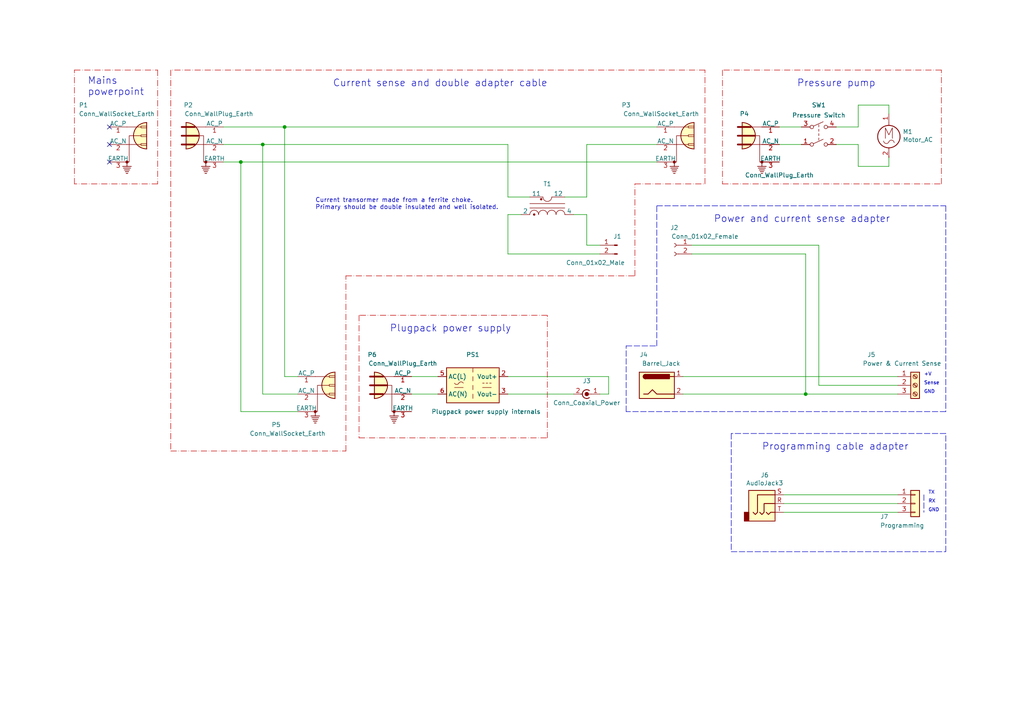
<source format=kicad_sch>
(kicad_sch (version 20211123) (generator eeschema)
  (paper "A4")
  (title_block (title "Pump monitor off board wiring") (date "2021-03-05") (company "Jotham Gates") (comment 1 "All blocks with red dash-dot borders contain mains potential.") (comment 2 "This design involves mains electricity and water. Appropriate precautions MUST be taken."))
  (lib_symbols
    (symbol "Connector:AudioJack3"
      (property "Reference" "J" (at 0 8.89 0))
      (property "Value" "AudioJack3" (at 0 6.35 0))
      (symbol "AudioJack3_0_1"
        (rectangle (start -5.08 -5.08) (end -6.35 -2.54) (stroke (width 0.254)) (fill (type outline)))
        (polyline (pts (xy 0 -2.54) (xy 0.635 -3.175) (xy 1.27 -2.54) (xy 2.54 -2.54)) (stroke (width 0.254)))
        (polyline (pts (xy -1.905 -2.54) (xy -1.27 -3.175) (xy -0.635 -2.54) (xy -0.635 0) (xy 2.54 0)) (stroke (width 0.254)))
        (polyline (pts (xy 2.54 2.54) (xy -2.54 2.54) (xy -2.54 -2.54) (xy -3.175 -3.175) (xy -3.81 -2.54)) (stroke (width 0.254)))
        (rectangle (start 2.54 3.81) (end -5.08 -5.08) (stroke (width 0.254)) (fill (type background)))
      )
      (symbol "AudioJack3_1_1"
        (pin passive line (at 5.08 0 180) (length 2.54) (name "~") (number "R"))
        (pin passive line (at 5.08 2.54 180) (length 2.54) (name "~") (number "S"))
        (pin passive line (at 5.08 -2.54 180) (length 2.54) (name "~") (number "T"))
      )
    )
    (symbol "Connector:Barrel_Jack" (pin_names (offset 1.016))
      (property "Reference" "J" (at 0 5.334 0))
      (property "Value" "Barrel_Jack" (at 0 -5.08 0))
      (symbol "Barrel_Jack_0_1"
        (rectangle (start -5.08 3.81) (end 5.08 -3.81) (stroke (width 0.254)) (fill (type background)))
        (arc (start -3.302 3.175) (mid -3.937 2.54) (end -3.302 1.905) (stroke (width 0.254)))
        (arc (start -3.302 3.175) (mid -3.937 2.54) (end -3.302 1.905) (stroke (width 0.254)) (fill (type outline)))
        (polyline (pts (xy 5.08 2.54) (xy 3.81 2.54)) (stroke (width 0.254)))
        (polyline (pts (xy -3.81 -2.54) (xy -2.54 -2.54) (xy -1.27 -1.27) (xy 0 -2.54) (xy 2.54 -2.54) (xy 5.08 -2.54)) (stroke (width 0.254)))
        (rectangle (start 3.683 3.175) (end -3.302 1.905) (stroke (width 0.254)) (fill (type outline)))
      )
      (symbol "Barrel_Jack_1_1"
        (pin passive line (at 7.62 2.54 180) (length 2.54) (name "~") (number "1"))
        (pin passive line (at 7.62 -2.54 180) (length 2.54) (name "~") (number "2"))
      )
    )
    (symbol "Connector:Conn_01x02_Female" (pin_names (offset 1.016) hide)
      (property "Reference" "J" (at 0 2.54 0))
      (property "Value" "Conn_01x02_Female" (at 0 -5.08 0))
      (symbol "Conn_01x02_Female_1_1"
        (arc (start 0 -2.032) (mid -0.508 -2.54) (end 0 -3.048) (stroke (width 0.1524)))
        (polyline (pts (xy -1.27 -2.54) (xy -0.508 -2.54)) (stroke (width 0.1524)))
        (polyline (pts (xy -1.27 0) (xy -0.508 0)) (stroke (width 0.1524)))
        (arc (start 0 0.508) (mid -0.508 0) (end 0 -0.508) (stroke (width 0.1524)))
        (pin passive line (at -5.08 0 0) (length 3.81) (name "Pin_1") (number "1"))
        (pin passive line (at -5.08 -2.54 0) (length 3.81) (name "Pin_2") (number "2"))
      )
    )
    (symbol "Connector:Conn_01x02_Male" (pin_names (offset 1.016) hide)
      (property "Reference" "J" (at 0 2.54 0))
      (property "Value" "Conn_01x02_Male" (at 0 -5.08 0))
      (symbol "Conn_01x02_Male_1_1"
        (polyline (pts (xy 1.27 -2.54) (xy 0.8636 -2.54)) (stroke (width 0.1524)))
        (polyline (pts (xy 1.27 0) (xy 0.8636 0)) (stroke (width 0.1524)))
        (rectangle (start 0.8636 -2.413) (end 0 -2.667) (stroke (width 0.1524)) (fill (type outline)))
        (rectangle (start 0.8636 0.127) (end 0 -0.127) (stroke (width 0.1524)) (fill (type outline)))
        (pin passive line (at 5.08 0 180) (length 3.81) (name "Pin_1") (number "1"))
        (pin passive line (at 5.08 -2.54 180) (length 3.81) (name "Pin_2") (number "2"))
      )
    )
    (symbol "Connector:Conn_Coaxial_Power" (pin_names (offset 1.016) hide)
      (property "Reference" "J" (at -5.08 -1.27 90))
      (property "Value" "Conn_Coaxial_Power" (at -3.175 -1.27 90))
      (symbol "Conn_Coaxial_Power_0_1"
        (arc (start -1.27 -1.27) (mid 0 -2.54) (end 1.27 -1.27) (stroke (width 0.254)))
        (arc (start -1.016 -0.508) (mid -1.2048 -0.8684) (end -1.27 -1.27) (stroke (width 0.254)))
        (circle (center 0 -1.27) (radius 0.508) (stroke (width 0.2032)) (fill (type outline)))
        (polyline (pts (xy 0 -2.54) (xy 0 -3.048)))
        (polyline (pts (xy 0 0) (xy 0 -1.27)))
        (arc (start 1.27 -1.27) (mid 1.2048 -0.8684) (end 1.016 -0.508) (stroke (width 0.254)))
      )
      (symbol "Conn_Coaxial_Power_1_1"
        (pin passive line (at 0 2.54 270) (length 2.54) (name "In") (number "1"))
        (pin passive line (at 0 -5.08 90) (length 2.54) (name "Ext") (number "2"))
      )
    )
    (symbol "Connector:Conn_WallPlug_Earth" (pin_names (offset 0))
      (property "Reference" "P" (at 0 3.81 0))
      (property "Value" "Conn_WallPlug_Earth" (at -5.08 0 90))
      (symbol "Conn_WallPlug_Earth_0_1"
        (arc (start -3.175 -3.81) (mid 0.635 0) (end -3.175 3.81) (stroke (width 0.254)) (fill (type background)))
        (polyline (pts (xy -4.445 -2.54) (xy -0.635 -2.54)) (stroke (width 0.508)))
        (polyline (pts (xy -4.445 0) (xy 0.508 0)) (stroke (width 0.508)))
        (polyline (pts (xy -4.445 2.54) (xy -0.635 2.54)) (stroke (width 0.508)))
        (polyline (pts (xy -3.175 -3.81) (xy -3.175 3.81)) (stroke (width 0.254)))
        (polyline (pts (xy -0.635 -2.54) (xy 2.54 -2.54)))
        (polyline (pts (xy -0.635 2.54) (xy 2.54 2.54)))
        (polyline (pts (xy 1.524 -9.398) (xy 3.556 -9.398)) (stroke (width 0.2032)))
        (polyline (pts (xy 1.778 -9.906) (xy 3.302 -9.906)) (stroke (width 0.2032)))
        (polyline (pts (xy 2.032 -10.414) (xy 3.048 -10.414)) (stroke (width 0.2032)))
        (polyline (pts (xy 2.286 -10.922) (xy 2.794 -10.922)) (stroke (width 0.2032)))
        (polyline (pts (xy 2.54 -7.62) (xy 2.54 -8.89)) (stroke (width 0.2032)))
        (polyline (pts (xy 3.81 -8.89) (xy 1.27 -8.89)) (stroke (width 0.2032)))
        (polyline (pts (xy 2.54 -7.62) (xy 1.905 -7.62) (xy 1.905 0) (xy -4.445 0)))
        (circle (center 2.54 -7.62) (radius 0.3556) (fill (type outline)))
      )
      (symbol "Conn_WallPlug_Earth_1_1"
        (pin power_out line (at 7.62 2.54 180) (length 5.08) (name "AC_P") (number "1"))
        (pin power_out line (at 7.62 -2.54 180) (length 5.08) (name "AC_N") (number "2"))
        (pin passive line (at 7.62 -7.62 180) (length 5.08) (name "EARTH") (number "3"))
      )
    )
    (symbol "Connector:Conn_WallSocket_Earth" (pin_names (offset 0))
      (property "Reference" "J" (at 3.81 6.985 0))
      (property "Value" "Conn_WallSocket_Earth" (at 7.62 2.54 90))
      (symbol "Conn_WallSocket_Earth_0_1"
        (circle (center 0 -5.08) (radius 0.3556) (fill (type outline)))
        (polyline (pts (xy -1.27 -6.35) (xy 1.27 -6.35)) (stroke (width 0.2032)))
        (polyline (pts (xy 0 -5.08) (xy 0 -6.35)) (stroke (width 0.2032)))
        (polyline (pts (xy 0.254 -8.382) (xy -0.254 -8.382)) (stroke (width 0.2032)))
        (polyline (pts (xy 0.508 -7.874) (xy -0.508 -7.874)) (stroke (width 0.2032)))
        (polyline (pts (xy 0.762 -7.366) (xy -0.762 -7.366)) (stroke (width 0.2032)))
        (polyline (pts (xy 1.016 -6.858) (xy -1.016 -6.858)) (stroke (width 0.2032)))
        (polyline (pts (xy 4.064 0) (xy 0 0)))
        (polyline (pts (xy 4.064 5.08) (xy 0 5.08)))
        (polyline (pts (xy 5.715 -1.27) (xy 5.715 6.35)) (stroke (width 0.254)))
        (polyline (pts (xy 0 -5.08) (xy 0.635 -5.08) (xy 0.635 2.54) (xy 4.064 2.54)))
        (rectangle (start 5.715 -0.254) (end 4.064 0.254))
        (rectangle (start 5.715 2.286) (end 4.064 2.794))
        (rectangle (start 5.715 4.826) (end 4.064 5.334))
        (arc (start 5.715 6.35) (mid 1.905 2.54) (end 5.715 -1.27) (stroke (width 0.254)) (fill (type background)))
      )
      (symbol "Conn_WallSocket_Earth_1_1"
        (pin power_in line (at -5.08 5.08 0) (length 5.08) (name "AC_P") (number "1"))
        (pin power_in line (at -5.08 0 0) (length 5.08) (name "AC_N") (number "2"))
        (pin passive line (at -5.08 -5.08 0) (length 5.08) (name "EARTH") (number "3"))
      )
    )
    (symbol "Connector:Screw_Terminal_01x03" (pin_names (offset 1.016) hide)
      (property "Reference" "J" (at 0 5.08 0))
      (property "Value" "Screw_Terminal_01x03" (at 0 -5.08 0))
      (symbol "Screw_Terminal_01x03_1_1"
        (rectangle (start -1.27 3.81) (end 1.27 -3.81) (stroke (width 0.254)) (fill (type background)))
        (circle (center 0 -2.54) (radius 0.635) (stroke (width 0.1524)))
        (polyline (pts (xy -0.5334 -2.2098) (xy 0.3302 -3.048)) (stroke (width 0.1524)))
        (polyline (pts (xy -0.5334 0.3302) (xy 0.3302 -0.508)) (stroke (width 0.1524)))
        (polyline (pts (xy -0.5334 2.8702) (xy 0.3302 2.032)) (stroke (width 0.1524)))
        (polyline (pts (xy -0.3556 -2.032) (xy 0.508 -2.8702)) (stroke (width 0.1524)))
        (polyline (pts (xy -0.3556 0.508) (xy 0.508 -0.3302)) (stroke (width 0.1524)))
        (polyline (pts (xy -0.3556 3.048) (xy 0.508 2.2098)) (stroke (width 0.1524)))
        (circle (center 0 0) (radius 0.635) (stroke (width 0.1524)))
        (circle (center 0 2.54) (radius 0.635) (stroke (width 0.1524)))
        (pin passive line (at -5.08 2.54 0) (length 3.81) (name "Pin_1") (number "1"))
        (pin passive line (at -5.08 0 0) (length 3.81) (name "Pin_2") (number "2"))
        (pin passive line (at -5.08 -2.54 0) (length 3.81) (name "Pin_3") (number "3"))
      )
    )
    (symbol "Connector_Generic:Conn_01x03" (pin_names (offset 1.016) hide)
      (property "Reference" "J" (at 0 5.08 0))
      (property "Value" "Conn_01x03" (at 0 -5.08 0))
      (symbol "Conn_01x03_1_1"
        (rectangle (start -1.27 -2.413) (end 0 -2.667) (stroke (width 0.1524)))
        (rectangle (start -1.27 0.127) (end 0 -0.127) (stroke (width 0.1524)))
        (rectangle (start -1.27 2.667) (end 0 2.413) (stroke (width 0.1524)))
        (rectangle (start -1.27 3.81) (end 1.27 -3.81) (stroke (width 0.254)) (fill (type background)))
        (pin passive line (at -5.08 2.54 0) (length 3.81) (name "Pin_1") (number "1"))
        (pin passive line (at -5.08 0 0) (length 3.81) (name "Pin_2") (number "2"))
        (pin passive line (at -5.08 -2.54 0) (length 3.81) (name "Pin_3") (number "3"))
      )
    )
    (symbol "Converter_ACDC:TMLM04112"
      (property "Reference" "PS" (at 0 6.35 0))
      (property "Value" "TMLM04112" (at 0 -6.35 0))
      (symbol "TMLM04112_0_1"
        (rectangle (start -7.62 5.08) (end 7.62 -5.08) (stroke (width 0.254)) (fill (type background)))
        (arc (start -5.334 0.635) (mid -4.699 0.2495) (end -4.064 0.635))
        (arc (start -2.794 0.635) (mid -3.429 1.0072) (end -4.064 0.635))
        (polyline (pts (xy -5.334 -0.635) (xy -2.794 -0.635)))
        (polyline (pts (xy 0 -2.54) (xy 0 -3.81)))
        (polyline (pts (xy 0 0) (xy 0 -1.27)))
        (polyline (pts (xy 0 2.54) (xy 0 1.27)))
        (polyline (pts (xy 0 5.08) (xy 0 3.81)))
        (polyline (pts (xy 2.794 -0.635) (xy 5.334 -0.635)))
        (polyline (pts (xy 2.794 0.635) (xy 3.302 0.635)))
        (polyline (pts (xy 3.81 0.635) (xy 4.318 0.635)))
        (polyline (pts (xy 4.826 0.635) (xy 5.334 0.635)))
      )
      (symbol "TMLM04112_1_1"
        (pin power_out line (at 10.16 2.54 180) (length 2.54) (name "Vout+") (number "2"))
        (pin power_out line (at 10.16 -2.54 180) (length 2.54) (name "Vout-") (number "3"))
        (pin power_in line (at -10.16 2.54 0) (length 2.54) (name "AC(L)") (number "5"))
        (pin power_in line (at -10.16 -2.54 0) (length 2.54) (name "AC(N)") (number "6"))
      )
    )
    (symbol "Motor:Motor_AC" (pin_names (offset 0))
      (property "Reference" "M" (at 2.54 2.54 0))
      (property "Value" "Motor_AC" (at 2.54 -5.08 0))
      (symbol "Motor_AC_0_0"
        (arc (start -1.524 -2.794) (mid -0.8654 -3.5217) (end 0 -3.048))
        (polyline (pts (xy -1.016 -2.032) (xy -1.016 1.016) (xy 0 -1.016) (xy 1.016 1.016) (xy 1.016 -2.032)))
        (arc (start 1.524 -3.302) (mid 0.85 -2.5503) (end 0 -3.048))
      )
      (symbol "Motor_AC_0_1"
        (circle (center 0 -1.524) (radius 3.2512) (stroke (width 0.254)))
        (polyline (pts (xy 0 -7.62) (xy 0 -7.112)))
        (polyline (pts (xy 0 -4.7752) (xy 0 -5.1816)))
        (polyline (pts (xy 0 1.7272) (xy 0 2.0828)))
        (polyline (pts (xy 0 2.032) (xy 0 2.54)))
      )
      (symbol "Motor_AC_1_1"
        (pin passive line (at 0 5.08 270) (length 2.54) (name "~") (number "1"))
        (pin passive line (at 0 -7.62 90) (length 2.54) (name "~") (number "2"))
      )
    )
    (symbol "Switch:SW_DPST" (pin_names (offset 0) hide)
      (property "Reference" "SW" (at 0 5.08 0))
      (property "Value" "SW_DPST" (at 0 -5.08 0))
      (symbol "SW_DPST_0_0"
        (circle (center -2.032 -2.54) (radius 0.508))
        (circle (center -2.032 2.54) (radius 0.508))
        (polyline (pts (xy -1.524 -2.286) (xy 1.27 -1.016)))
        (polyline (pts (xy -1.524 2.794) (xy 1.27 4.064)))
        (polyline (pts (xy 0 -1.27) (xy 0 -0.635)))
        (polyline (pts (xy 0 0) (xy 0 0.635)))
        (polyline (pts (xy 0 1.27) (xy 0 1.905)))
        (polyline (pts (xy 0 2.54) (xy 0 3.175)))
        (circle (center 2.032 -2.54) (radius 0.508))
        (circle (center 2.032 2.54) (radius 0.508))
      )
      (symbol "SW_DPST_1_1"
        (pin passive line (at -5.08 -2.54 0) (length 2.54) (name "1") (number "1"))
        (pin passive line (at 5.08 -2.54 180) (length 2.54) (name "2") (number "2"))
        (pin passive line (at -5.08 2.54 0) (length 2.54) (name "3") (number "3"))
        (pin passive line (at 5.08 2.54 180) (length 2.54) (name "4") (number "4"))
      )
    )
    (symbol "Transformer:CST2010" (pin_numbers hide) (pin_names (offset 0))
      (property "Reference" "T" (at 0 6.35 0))
      (property "Value" "CST2010" (at 0 -1.27 0))
      (symbol "CST2010_0_1"
        (circle (center -3.81 0) (radius 0.254) (fill (type outline)))
        (arc (start -2.54 0) (mid -3.81 1.27) (end -5.08 0))
        (circle (center -1.778 4.445) (radius 0.254) (fill (type outline)))
        (arc (start -1.27 5.08) (mid 0 3.81) (end 1.27 5.08))
        (arc (start 0 0) (mid -1.27 1.27) (end -2.54 0))
        (polyline (pts (xy -5.08 1.905) (xy 5.08 1.905)))
        (polyline (pts (xy -5.08 3.175) (xy 5.08 3.175)))
        (arc (start 2.54 0) (mid 1.27 1.27) (end 0 0))
        (arc (start 5.08 0) (mid 3.81 1.27) (end 2.54 0))
        (pin passive line (at -5.08 5.08 0) (length 3.81) (name "11") (number "11"))
        (pin passive line (at 5.08 5.08 180) (length 3.81) (name "12") (number "12"))
        (pin passive line (at -7.62 0 0) (length 2.54) (name "2") (number "2"))
        (pin passive line (at 7.62 0 180) (length 2.54) (name "4") (number "4"))
      )
      (symbol "CST2010_1_1"
        (pin no_connect line (at -5.08 0 0) (length 2.54) hide (name "1") (number "1"))
        (pin no_connect line (at 2.54 2.54 0) (length 2.54) hide (name "10") (number "10"))
        (pin no_connect line (at -2.54 0 0) (length 2.54) hide (name "3") (number "3"))
        (pin no_connect line (at 0 0 0) (length 2.54) hide (name "5") (number "5"))
        (pin no_connect line (at 2.54 0 0) (length 2.54) hide (name "6") (number "6"))
        (pin no_connect line (at -5.08 2.54 0) (length 2.54) hide (name "7") (number "7"))
        (pin no_connect line (at -2.54 2.54 0) (length 2.54) hide (name "8") (number "8"))
        (pin no_connect line (at 0 2.54 0) (length 2.54) hide (name "9") (number "9"))
      )
    )
  )
  (junction (at 76.2 41.91))
  (junction (at 69.85 46.99))
  (junction (at 233.68 114.3))
  (junction (at 82.55 36.83))
  (no_connect (at 31.75 46.99))
  (no_connect (at 31.75 36.83))
  (no_connect (at 31.75 41.91))
  (wire (pts (xy 260.35 148.59) (xy 227.33 148.59)))
  (wire (pts (xy 173.99 114.3) (xy 176.53 114.3)))
  (wire (pts (xy 173.99 73.66) (xy 147.32 73.66)))
  (polyline (pts (xy 45.72 20.32) (xy 45.72 53.34)) (stroke (width 0) (type dash_dot) (color 194 0 0 1)))
  (wire (pts (xy 69.85 119.38) (xy 69.85 46.99)))
  (wire (pts (xy 248.92 41.91) (xy 248.92 48.26)))
  (polyline (pts (xy 209.55 20.32) (xy 209.55 53.34)) (stroke (width 0) (type dash_dot) (color 194 0 0 1)))
  (polyline (pts (xy 212.09 125.73) (xy 212.09 160.02)))
  (polyline (pts (xy 267.97 143.51) (xy 267.97 148.59)))
  (wire (pts (xy 127 114.3) (xy 119.38 114.3)))
  (wire (pts (xy 248.92 30.48) (xy 257.81 30.48)))
  (wire (pts (xy 237.49 111.76) (xy 237.49 71.12)))
  (polyline (pts (xy 274.32 59.69) (xy 274.32 119.38)))
  (polyline (pts (xy 274.32 119.38) (xy 181.61 119.38)))
  (wire (pts (xy 242.57 36.83) (xy 248.92 36.83)))
  (polyline (pts (xy 49.53 130.81) (xy 100.33 130.81)) (stroke (width 0) (type dash_dot) (color 194 0 0 1)))
  (wire (pts (xy 163.83 57.15) (xy 170.18 57.15)))
  (wire (pts (xy 176.53 109.22) (xy 147.32 109.22)))
  (wire (pts (xy 260.35 111.76) (xy 237.49 111.76)))
  (wire (pts (xy 260.35 143.51) (xy 227.33 143.51)))
  (wire (pts (xy 147.32 57.15) (xy 153.67 57.15)))
  (wire (pts (xy 64.77 41.91) (xy 76.2 41.91)))
  (polyline (pts (xy 104.14 127) (xy 158.75 127)) (stroke (width 0) (type dash_dot) (color 194 0 0 1)))
  (wire (pts (xy 242.57 41.91) (xy 248.92 41.91)))
  (polyline (pts (xy 181.61 119.38) (xy 181.61 100.33)))
  (wire (pts (xy 233.68 73.66) (xy 233.68 114.3)))
  (polyline (pts (xy 45.72 53.34) (xy 21.59 53.34)) (stroke (width 0) (type dash_dot) (color 194 0 0 1)))
  (wire (pts (xy 86.36 119.38) (xy 69.85 119.38)))
  (wire (pts (xy 69.85 46.99) (xy 64.77 46.99)))
  (wire (pts (xy 86.36 109.22) (xy 82.55 109.22)))
  (polyline (pts (xy 104.14 91.44) (xy 104.14 127)) (stroke (width 0) (type dash_dot) (color 194 0 0 1)))
  (polyline (pts (xy 274.32 160.02) (xy 274.32 125.73)))
  (wire (pts (xy 170.18 57.15) (xy 170.18 41.91)))
  (polyline (pts (xy 184.15 80.01) (xy 184.15 53.34)) (stroke (width 0) (type dash_dot) (color 194 0 0 1)))
  (wire (pts (xy 260.35 109.22) (xy 198.12 109.22)))
  (wire (pts (xy 170.18 62.23) (xy 170.18 71.12)))
  (wire (pts (xy 170.18 71.12) (xy 173.99 71.12)))
  (wire (pts (xy 260.35 146.05) (xy 227.33 146.05)))
  (wire (pts (xy 82.55 36.83) (xy 190.5 36.83)))
  (polyline (pts (xy 100.33 130.81) (xy 100.33 80.01)) (stroke (width 0) (type dash_dot) (color 194 0 0 1)))
  (wire (pts (xy 147.32 41.91) (xy 147.32 57.15)))
  (wire (pts (xy 248.92 36.83) (xy 248.92 30.48)))
  (polyline (pts (xy 209.55 53.34) (xy 273.05 53.34)) (stroke (width 0) (type dash_dot) (color 194 0 0 1)))
  (wire (pts (xy 260.35 114.3) (xy 233.68 114.3)))
  (wire (pts (xy 257.81 48.26) (xy 257.81 45.72)))
  (wire (pts (xy 257.81 30.48) (xy 257.81 33.02)))
  (polyline (pts (xy 204.47 53.34) (xy 204.47 20.32)) (stroke (width 0) (type dash_dot) (color 194 0 0 1)))
  (wire (pts (xy 166.37 114.3) (xy 147.32 114.3)))
  (polyline (pts (xy 21.59 53.34) (xy 21.59 20.32)) (stroke (width 0) (type dash_dot) (color 194 0 0 1)))
  (wire (pts (xy 233.68 114.3) (xy 198.12 114.3)))
  (wire (pts (xy 226.06 41.91) (xy 232.41 41.91)))
  (wire (pts (xy 127 109.22) (xy 119.38 109.22)))
  (polyline (pts (xy 181.61 100.33) (xy 190.5 100.33)))
  (wire (pts (xy 237.49 71.12) (xy 200.66 71.12)))
  (wire (pts (xy 69.85 46.99) (xy 190.5 46.99)))
  (wire (pts (xy 176.53 114.3) (xy 176.53 109.22)))
  (polyline (pts (xy 158.75 91.44) (xy 104.14 91.44)) (stroke (width 0) (type dash_dot) (color 194 0 0 1)))
  (wire (pts (xy 76.2 114.3) (xy 86.36 114.3)))
  (polyline (pts (xy 21.59 20.32) (xy 45.72 20.32)) (stroke (width 0) (type dash_dot) (color 194 0 0 1)))
  (polyline (pts (xy 100.33 80.01) (xy 184.15 80.01)) (stroke (width 0) (type dash_dot) (color 194 0 0 1)))
  (wire (pts (xy 200.66 73.66) (xy 233.68 73.66)))
  (wire (pts (xy 170.18 41.91) (xy 190.5 41.91)))
  (polyline (pts (xy 212.09 160.02) (xy 274.32 160.02)))
  (polyline (pts (xy 273.05 53.34) (xy 273.05 20.32)) (stroke (width 0) (type dash_dot) (color 194 0 0 1)))
  (polyline (pts (xy 274.32 125.73) (xy 212.09 125.73)))
  (wire (pts (xy 76.2 41.91) (xy 147.32 41.91)))
  (polyline (pts (xy 49.53 20.32) (xy 49.53 130.81)) (stroke (width 0) (type dash_dot) (color 194 0 0 1)))
  (wire (pts (xy 166.37 62.23) (xy 170.18 62.23)))
  (polyline (pts (xy 184.15 53.34) (xy 204.47 53.34)) (stroke (width 0) (type dash_dot) (color 194 0 0 1)))
  (wire (pts (xy 248.92 48.26) (xy 257.81 48.26)))
  (polyline (pts (xy 273.05 20.32) (xy 209.55 20.32)) (stroke (width 0) (type dash_dot) (color 194 0 0 1)))
  (wire (pts (xy 147.32 73.66) (xy 147.32 62.23)))
  (polyline (pts (xy 158.75 127) (xy 158.75 91.44)) (stroke (width 0) (type dash_dot) (color 194 0 0 1)))
  (wire (pts (xy 64.77 36.83) (xy 82.55 36.83)))
  (wire (pts (xy 82.55 109.22) (xy 82.55 36.83)))
  (wire (pts (xy 147.32 62.23) (xy 151.13 62.23)))
  (polyline (pts (xy 204.47 20.32) (xy 49.53 20.32)) (stroke (width 0) (type dash_dot) (color 194 0 0 1)))
  (polyline (pts (xy 190.5 59.69) (xy 274.32 59.69)))
  (polyline (pts (xy 190.5 100.33) (xy 190.5 59.69)))
  (wire (pts (xy 76.2 41.91) (xy 76.2 114.3)))
  (wire (pts (xy 226.06 36.83) (xy 232.41 36.83)))
  (text "Plugpack power supply" (at 113.03 96.52 0) (effects (font (size 2.0066 2.0066)) (justify left bottom)))
  (text "RX\n" (at 269.24 146.05 0) (effects (font (size 0.9906 0.9906)) (justify left bottom)))
  (text "Programming cable adapter" (at 220.98 130.81 0) (effects (font (size 2.0066 2.0066)) (justify left bottom)))
  (text "TX" (at 269.24 143.51 0) (effects (font (size 0.9906 0.9906)) (justify left bottom)))
  (text "Pressure pump" (at 231.14 25.4 0) (effects (font (size 2.0066 2.0066)) (justify left bottom)))
  (text "GND" (at 267.97 114.3 0) (effects (font (size 0.9906 0.9906)) (justify left bottom)))
  (text "Power and current sense adapter" (at 207.01 64.77 0) (effects (font (size 2.0066 2.0066)) (justify left bottom)))
  (text "Current sense and double adapter cable" (at 96.52 25.4 0) (effects (font (size 2.0066 2.0066)) (justify left bottom)))
  (text "+V" (at 267.97 109.22 0) (effects (font (size 0.9906 0.9906)) (justify left bottom)))
  (text "Sense" (at 267.97 111.76 0) (effects (font (size 0.9906 0.9906)) (justify left bottom)))
  (text "Current transormer made from a ferrite choke. \nPrimary should be double insulated and well isolated." (at 91.44 60.96 0) (effects (font (size 1.27 1.27)) (justify left bottom)))
  (text "GND" (at 269.24 148.59 0) (effects (font (size 0.9906 0.9906)) (justify left bottom)))
  (text "Mains\npowerpoint" (at 25.4 27.94 0) (effects (font (size 2.0066 2.0066)) (justify left bottom)))
  (symbol (lib_id "Connector:Conn_WallSocket_Earth") (at 195.58 41.91 0) (unit 1)
    (property "Reference" "P3" (at 181.61 30.48 0))
    (property "Value" "Conn_WallSocket_Earth" (at 191.77 33.02 0))
  )
  (symbol (lib_id "Transformer:CST2010") (at 158.75 62.23 0) (unit 1)
    (property "Reference" "T1" (at 158.75 53.34 0))
    (property "Value" "CST2010" (effects hide))
    (property "Footprint" "Transformer_SMD:Transformer_Coilcraft_CST2010" (effects hide))
    (property "Datasheet" "https://www.coilcraft.com/pdfs/cst2010.pdf" (effects hide))
  )
  (symbol (lib_id "Connector:Conn_WallPlug_Earth") (at 57.15 39.37 0) (unit 1)
    (property "Reference" "P2" (at 54.61 30.48 0))
    (property "Value" "Conn_WallPlug_Earth" (at 63.5 33.02 0))
  )
  (symbol (lib_id "Converter_ACDC:TMLM04112") (at 137.16 111.76 0) (unit 1)
    (property "Reference" "PS1" (at 137.16 102.87 0))
    (property "Value" "Plugpack power supply internals" (at 140.97 119.38 0))
    (property "Footprint" "Converter_ACDC:Converter_ACDC_TRACO_TMLM-04_THT" (effects hide))
    (property "Datasheet" "https://www.tracopower.com/products/tmlm.pdf" (effects hide))
  )
  (symbol (lib_id "Connector:AudioJack3") (at 222.25 146.05 0) (unit 1)
    (property "Reference" "J6" (at 221.7928 137.795 0))
    (property "Value" "AudioJack3" (at 221.7928 140.1064 0))
  )
  (symbol (lib_id "Connector:Conn_01x02_Female") (at 195.58 71.12 0) (mirror y) (unit 1)
    (property "Reference" "J2" (at 195.58 66.04 0))
    (property "Value" "Conn_01x02_Female" (at 204.47 68.58 0))
  )
  (symbol (lib_id "Connector:Conn_WallPlug_Earth") (at 111.76 111.76 0) (unit 1)
    (property "Reference" "P6" (at 107.95 102.87 0))
    (property "Value" "Conn_WallPlug_Earth" (at 116.84 105.41 0))
  )
  (symbol (lib_id "Connector:Conn_WallSocket_Earth") (at 91.44 114.3 0) (unit 1)
    (property "Reference" "P5" (at 78.74 123.19 0) (effects (justify left)))
    (property "Value" "Conn_WallSocket_Earth" (at 72.39 125.73 0) (effects (justify left)))
  )
  (symbol (lib_id "Connector:Barrel_Jack") (at 190.5 111.76 0) (unit 1)
    (property "Reference" "J4" (at 186.69 102.87 0))
    (property "Value" "Barrel_Jack" (at 191.77 105.41 0))
  )
  (symbol (lib_id "Connector:Conn_Coaxial_Power") (at 171.45 114.3 270) (unit 1)
    (property "Reference" "J3" (at 170.18 110.49 90))
    (property "Value" "Conn_Coaxial_Power" (at 170.18 116.84 90))
  )
  (symbol (lib_id "Connector:Screw_Terminal_01x03") (at 265.43 111.76 0) (unit 1)
    (property "Reference" "J5" (at 252.73 102.87 0))
    (property "Value" "Power & Current Sense" (at 261.62 105.41 0))
  )
  (symbol (lib_id "Connector_Generic:Conn_01x03") (at 265.43 146.05 0) (unit 1)
    (property "Reference" "J7" (at 255.27 149.86 0) (effects (justify left)))
    (property "Value" "Programming" (at 255.27 152.4 0) (effects (justify left)))
  )
  (symbol (lib_id "Connector:Conn_01x02_Male") (at 179.07 71.12 0) (mirror y) (unit 1)
    (property "Reference" "J1" (at 179.07 68.58 0))
    (property "Value" "Conn_01x02_Male" (at 172.72 76.2 0))
  )
  (symbol (lib_id "Motor:Motor_AC") (at 257.81 38.1 0) (unit 1)
    (property "Reference" "M1" (at 261.8232 38.2016 0) (effects (justify left)))
    (property "Value" "Motor_AC" (at 261.8232 40.513 0) (effects (justify left)))
  )
  (symbol (lib_id "Connector:Conn_WallPlug_Earth") (at 218.44 39.37 0) (unit 1)
    (property "Reference" "P4" (at 215.9 33.02 0))
    (property "Value" "Conn_WallPlug_Earth" (at 226.06 50.8 0))
  )
  (symbol (lib_id "Switch:SW_DPST") (at 237.49 39.37 0) (unit 1)
    (property "Reference" "SW1" (at 237.49 30.48 0))
    (property "Value" "Pressure Switch" (at 237.49 33.4264 0))
  )
  (symbol (lib_id "Connector:Conn_WallSocket_Earth") (at 36.83 41.91 0) (unit 1)
    (property "Reference" "P1" (at 22.86 30.48 0) (effects (justify left)))
    (property "Value" "Conn_WallSocket_Earth" (at 22.86 33.02 0) (effects (justify left)))
  )
)
</source>
